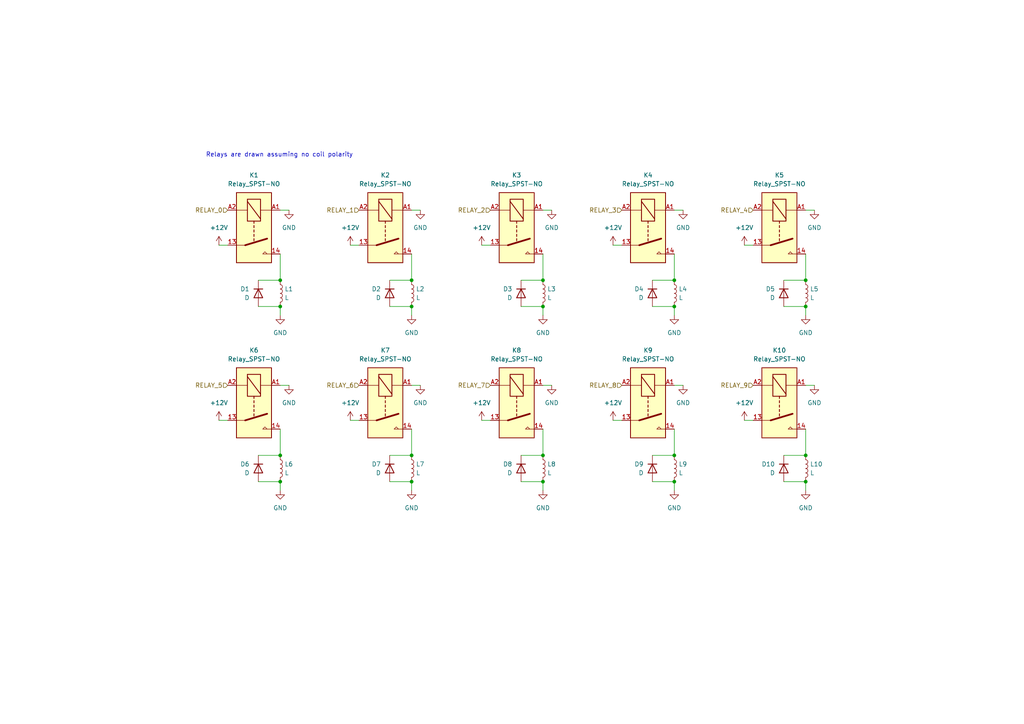
<source format=kicad_sch>
(kicad_sch (version 20230121) (generator eeschema)
  (paper "A4")
  (title_block (title "Electromagnet Relay Circuit") (date "2024-02-23") (rev "1") (company "CMD_SAT"))
  (lib_symbols
    (symbol "Device:D" (pin_numbers hide) (pin_names (offset 1.016) hide)
      (property "Reference" "D" (at 0 2.54 0))
      (property "Value" "D" (at 0 -2.54 0))
      (symbol "D_0_1"
        (polyline (pts (xy -1.27 1.27) (xy -1.27 -1.27)) (stroke (width 0.254)))
        (polyline (pts (xy 1.27 0) (xy -1.27 0)))
        (polyline (pts (xy 1.27 1.27) (xy 1.27 -1.27) (xy -1.27 0) (xy 1.27 1.27)) (stroke (width 0.254)))
      )
      (symbol "D_1_1"
        (pin passive line (at -3.81 0 0) (length 2.54) (name "K") (number "1"))
        (pin passive line (at 3.81 0 180) (length 2.54) (name "A") (number "2"))
      )
    )
    (symbol "Device:L" (pin_numbers hide) (pin_names (offset 1.016) hide)
      (property "Reference" "L" (at -1.27 0 90))
      (property "Value" "L" (at 1.905 0 90))
      (symbol "L_0_1"
        (arc (start 0 -2.54) (mid 0.6323 -1.905) (end 0 -1.27))
        (arc (start 0 -1.27) (mid 0.6323 -0.635) (end 0 0))
        (arc (start 0 0) (mid 0.6323 0.635) (end 0 1.27))
        (arc (start 0 1.27) (mid 0.6323 1.905) (end 0 2.54))
      )
      (symbol "L_1_1"
        (pin passive line (at 0 3.81 270) (length 1.27) (name "1") (number "1"))
        (pin passive line (at 0 -3.81 90) (length 1.27) (name "2") (number "2"))
      )
    )
    (symbol "Relay:Relay_SPST-NO"
      (property "Reference" "K" (at 11.43 3.81 0))
      (property "Value" "Relay_SPST-NO" (at 11.43 1.27 0))
      (symbol "Relay_SPST-NO_0_0"
        (polyline (pts (xy 7.62 5.08) (xy 7.62 2.54) (xy 6.985 3.175) (xy 7.62 3.81)))
      )
      (symbol "Relay_SPST-NO_0_1"
        (rectangle (start -10.16 5.08) (end 10.16 -5.08) (stroke (width 0.254)) (fill (type background)))
        (rectangle (start -8.255 1.905) (end -1.905 -1.905) (stroke (width 0.254)))
        (polyline (pts (xy -7.62 -1.905) (xy -2.54 1.905)) (stroke (width 0.254)))
        (polyline (pts (xy -5.08 -5.08) (xy -5.08 -1.905)))
        (polyline (pts (xy -5.08 5.08) (xy -5.08 1.905)))
        (polyline (pts (xy -1.905 0) (xy -1.27 0)) (stroke (width 0.254)))
        (polyline (pts (xy -0.635 0) (xy 0 0)) (stroke (width 0.254)))
        (polyline (pts (xy 0.635 0) (xy 1.27 0)) (stroke (width 0.254)))
        (polyline (pts (xy 1.905 0) (xy 2.54 0)) (stroke (width 0.254)))
        (polyline (pts (xy 3.175 0) (xy 3.81 0)) (stroke (width 0.254)))
        (polyline (pts (xy 5.08 -2.54) (xy 3.175 3.81)) (stroke (width 0.508)))
        (polyline (pts (xy 5.08 -2.54) (xy 5.08 -5.08)))
      )
      (symbol "Relay_SPST-NO_1_1"
        (pin passive line (at 5.08 -7.62 90) (length 2.54) (name "~") (number "13"))
        (pin passive line (at 7.62 7.62 270) (length 2.54) (name "~") (number "14"))
        (pin passive line (at -5.08 7.62 270) (length 2.54) (name "~") (number "A1"))
        (pin passive line (at -5.08 -7.62 90) (length 2.54) (name "~") (number "A2"))
      )
    )
    (symbol "power:+12V" (power) (pin_names (offset 0))
      (property "Value" "+12V" (at 0 3.556 0))
      (symbol "+12V_0_1"
        (polyline (pts (xy -0.762 1.27) (xy 0 2.54)))
        (polyline (pts (xy 0 0) (xy 0 2.54)))
        (polyline (pts (xy 0 2.54) (xy 0.762 1.27)))
      )
      (symbol "+12V_1_1"
        (pin power_in line (at 0 0 90) (length 0) hide (name "+12V") (number "1"))
      )
    )
    (symbol "power:GND" (power) (pin_names (offset 0))
      (property "Value" "GND" (at 0 -3.81 0))
      (symbol "GND_0_1"
        (polyline (pts (xy 0 0) (xy 0 -1.27) (xy 1.27 -1.27) (xy 0 -2.54) (xy -1.27 -1.27) (xy 0 -1.27)))
      )
      (symbol "GND_1_1"
        (pin power_in line (at 0 0 270) (length 0) hide (name "GND") (number "1"))
      )
    )
  )
  (junction (at 81.28 139.7))
  (junction (at 157.48 132.08))
  (junction (at 81.28 132.08))
  (junction (at 157.48 139.7))
  (junction (at 81.28 81.28))
  (junction (at 119.38 139.7))
  (junction (at 119.38 81.28))
  (junction (at 195.58 139.7))
  (junction (at 233.68 132.08))
  (junction (at 233.68 88.9))
  (junction (at 157.48 81.28))
  (junction (at 81.28 88.9))
  (junction (at 195.58 81.28))
  (junction (at 233.68 139.7))
  (junction (at 119.38 132.08))
  (junction (at 195.58 132.08))
  (junction (at 119.38 88.9))
  (junction (at 195.58 88.9))
  (junction (at 157.48 88.9))
  (junction (at 233.68 81.28))
  (wire (pts (xy 81.28 124.46) (xy 81.28 132.08)))
  (wire (pts (xy 63.5 71.12) (xy 66.04 71.12)))
  (wire (pts (xy 113.03 81.28) (xy 119.38 81.28)))
  (wire (pts (xy 177.8 71.12) (xy 180.34 71.12)))
  (wire (pts (xy 119.38 139.7) (xy 119.38 142.24)))
  (wire (pts (xy 157.48 73.66) (xy 157.48 81.28)))
  (wire (pts (xy 151.13 88.9) (xy 157.48 88.9)))
  (wire (pts (xy 189.23 81.28) (xy 195.58 81.28)))
  (wire (pts (xy 227.33 139.7) (xy 233.68 139.7)))
  (wire (pts (xy 233.68 139.7) (xy 233.68 142.24)))
  (wire (pts (xy 119.38 88.9) (xy 119.38 91.44)))
  (wire (pts (xy 83.82 111.76) (xy 81.28 111.76)))
  (wire (pts (xy 195.58 73.66) (xy 195.58 81.28)))
  (wire (pts (xy 157.48 124.46) (xy 157.48 132.08)))
  (wire (pts (xy 74.93 139.7) (xy 81.28 139.7)))
  (wire (pts (xy 236.22 111.76) (xy 233.68 111.76)))
  (wire (pts (xy 227.33 132.08) (xy 233.68 132.08)))
  (wire (pts (xy 113.03 139.7) (xy 119.38 139.7)))
  (wire (pts (xy 83.82 60.96) (xy 81.28 60.96)))
  (wire (pts (xy 215.9 71.12) (xy 218.44 71.12)))
  (wire (pts (xy 189.23 132.08) (xy 195.58 132.08)))
  (wire (pts (xy 157.48 139.7) (xy 157.48 142.24)))
  (wire (pts (xy 119.38 73.66) (xy 119.38 81.28)))
  (wire (pts (xy 139.7 71.12) (xy 142.24 71.12)))
  (wire (pts (xy 198.12 111.76) (xy 195.58 111.76)))
  (wire (pts (xy 189.23 139.7) (xy 195.58 139.7)))
  (wire (pts (xy 198.12 60.96) (xy 195.58 60.96)))
  (wire (pts (xy 113.03 88.9) (xy 119.38 88.9)))
  (wire (pts (xy 81.28 73.66) (xy 81.28 81.28)))
  (wire (pts (xy 81.28 139.7) (xy 81.28 142.24)))
  (wire (pts (xy 121.92 111.76) (xy 119.38 111.76)))
  (wire (pts (xy 195.58 124.46) (xy 195.58 132.08)))
  (wire (pts (xy 160.02 111.76) (xy 157.48 111.76)))
  (wire (pts (xy 151.13 132.08) (xy 157.48 132.08)))
  (wire (pts (xy 151.13 139.7) (xy 157.48 139.7)))
  (wire (pts (xy 157.48 88.9) (xy 157.48 91.44)))
  (wire (pts (xy 151.13 81.28) (xy 157.48 81.28)))
  (wire (pts (xy 227.33 81.28) (xy 233.68 81.28)))
  (wire (pts (xy 215.9 121.92) (xy 218.44 121.92)))
  (wire (pts (xy 227.33 88.9) (xy 233.68 88.9)))
  (wire (pts (xy 119.38 124.46) (xy 119.38 132.08)))
  (wire (pts (xy 74.93 81.28) (xy 81.28 81.28)))
  (wire (pts (xy 139.7 121.92) (xy 142.24 121.92)))
  (wire (pts (xy 195.58 139.7) (xy 195.58 142.24)))
  (wire (pts (xy 233.68 88.9) (xy 233.68 91.44)))
  (wire (pts (xy 74.93 88.9) (xy 81.28 88.9)))
  (wire (pts (xy 177.8 121.92) (xy 180.34 121.92)))
  (wire (pts (xy 81.28 88.9) (xy 81.28 91.44)))
  (wire (pts (xy 233.68 73.66) (xy 233.68 81.28)))
  (wire (pts (xy 233.68 124.46) (xy 233.68 132.08)))
  (wire (pts (xy 101.6 71.12) (xy 104.14 71.12)))
  (wire (pts (xy 189.23 88.9) (xy 195.58 88.9)))
  (wire (pts (xy 113.03 132.08) (xy 119.38 132.08)))
  (wire (pts (xy 101.6 121.92) (xy 104.14 121.92)))
  (wire (pts (xy 160.02 60.96) (xy 157.48 60.96)))
  (wire (pts (xy 236.22 60.96) (xy 233.68 60.96)))
  (wire (pts (xy 195.58 88.9) (xy 195.58 91.44)))
  (wire (pts (xy 121.92 60.96) (xy 119.38 60.96)))
  (wire (pts (xy 63.5 121.92) (xy 66.04 121.92)))
  (wire (pts (xy 74.93 132.08) (xy 81.28 132.08)))
  (text "Relays are drawn assuming no coil polarity" (at 59.69 45.72 0) (effects (font (size 1.27 1.27)) (justify left bottom)))
  (hierarchical_label "RELAY_0" (shape input) (at 66.04 60.96 180))
  (hierarchical_label "RELAY_7" (shape input) (at 142.24 111.76 180))
  (hierarchical_label "RELAY_3" (shape input) (at 180.34 60.96 180))
  (hierarchical_label "RELAY_2" (shape input) (at 142.24 60.96 180))
  (hierarchical_label "RELAY_1" (shape input) (at 104.14 60.96 180))
  (hierarchical_label "RELAY_8" (shape input) (at 180.34 111.76 180))
  (hierarchical_label "RELAY_4" (shape input) (at 218.44 60.96 180))
  (hierarchical_label "RELAY_9" (shape input) (at 218.44 111.76 180))
  (hierarchical_label "RELAY_5" (shape input) (at 66.04 111.76 180))
  (hierarchical_label "RELAY_6" (shape input) (at 104.14 111.76 180))
  (symbol (lib_id "power:GND") (at 195.58 142.24 0) (unit 1)
    (property "Reference" "#PWR048" (effects hide))
    (property "Value" "GND" (at 195.58 147.32 0))
  )
  (symbol (lib_id "Relay:Relay_SPST-NO") (at 111.76 116.84 270) (unit 1)
    (property "Reference" "K7" (at 111.76 101.6 90))
    (property "Value" "Relay_SPST-NO" (at 111.76 104.14 90))
  )
  (symbol (lib_id "Device:D") (at 74.93 85.09 90) (mirror x) (unit 1)
    (property "Reference" "D1" (at 72.39 83.82 90) (effects (justify left)))
    (property "Value" "D" (at 72.39 86.36 90) (effects (justify left)))
    (property "Sim.Device" "D" (effects hide))
    (property "Sim.Pins" "1=K 2=A" (effects hide))
  )
  (symbol (lib_id "power:+12V") (at 139.7 121.92 0) (unit 1)
    (property "Reference" "#PWR044" (effects hide))
    (property "Value" "+12V" (at 139.7 116.84 0))
  )
  (symbol (lib_id "Relay:Relay_SPST-NO") (at 73.66 116.84 270) (unit 1)
    (property "Reference" "K6" (at 73.66 101.6 90))
    (property "Value" "Relay_SPST-NO" (at 73.66 104.14 90))
  )
  (symbol (lib_id "Relay:Relay_SPST-NO") (at 187.96 66.04 270) (unit 1)
    (property "Reference" "K4" (at 187.96 50.8 90))
    (property "Value" "Relay_SPST-NO" (at 187.96 53.34 90))
  )
  (symbol (lib_id "Device:D") (at 189.23 135.89 90) (mirror x) (unit 1)
    (property "Reference" "D9" (at 186.69 134.62 90) (effects (justify left)))
    (property "Value" "D" (at 186.69 137.16 90) (effects (justify left)))
    (property "Sim.Device" "D" (effects hide))
    (property "Sim.Pins" "1=K 2=A" (effects hide))
  )
  (symbol (lib_id "Device:D") (at 227.33 85.09 90) (mirror x) (unit 1)
    (property "Reference" "D5" (at 224.79 83.82 90) (effects (justify left)))
    (property "Value" "D" (at 224.79 86.36 90) (effects (justify left)))
    (property "Sim.Device" "D" (effects hide))
    (property "Sim.Pins" "1=K 2=A" (effects hide))
  )
  (symbol (lib_id "power:+12V") (at 63.5 121.92 0) (unit 1)
    (property "Reference" "#PWR038" (effects hide))
    (property "Value" "+12V" (at 63.5 116.84 0))
  )
  (symbol (lib_id "Device:L") (at 157.48 85.09 0) (unit 1)
    (property "Reference" "L3" (at 158.75 83.82 0) (effects (justify left)))
    (property "Value" "L" (at 158.75 86.36 0) (effects (justify left)))
  )
  (symbol (lib_id "power:GND") (at 233.68 142.24 0) (unit 1)
    (property "Reference" "#PWR051" (effects hide))
    (property "Value" "GND" (at 233.68 147.32 0))
  )
  (symbol (lib_id "power:GND") (at 119.38 91.44 0) (unit 1)
    (property "Reference" "#PWR027" (effects hide))
    (property "Value" "GND" (at 119.38 96.52 0))
  )
  (symbol (lib_id "power:+12V") (at 101.6 121.92 0) (unit 1)
    (property "Reference" "#PWR041" (effects hide))
    (property "Value" "+12V" (at 101.6 116.84 0))
  )
  (symbol (lib_id "Device:D") (at 189.23 85.09 90) (mirror x) (unit 1)
    (property "Reference" "D4" (at 186.69 83.82 90) (effects (justify left)))
    (property "Value" "D" (at 186.69 86.36 90) (effects (justify left)))
    (property "Sim.Device" "D" (effects hide))
    (property "Sim.Pins" "1=K 2=A" (effects hide))
  )
  (symbol (lib_id "power:+12V") (at 63.5 71.12 0) (unit 1)
    (property "Reference" "#PWR025" (effects hide))
    (property "Value" "+12V" (at 63.5 66.04 0))
  )
  (symbol (lib_id "power:GND") (at 160.02 111.76 0) (unit 1)
    (property "Reference" "#PWR046" (effects hide))
    (property "Value" "GND" (at 160.02 116.84 0))
  )
  (symbol (lib_id "power:GND") (at 236.22 111.76 0) (unit 1)
    (property "Reference" "#PWR052" (effects hide))
    (property "Value" "GND" (at 236.22 116.84 0))
  )
  (symbol (lib_id "power:+12V") (at 215.9 121.92 0) (unit 1)
    (property "Reference" "#PWR050" (effects hide))
    (property "Value" "+12V" (at 215.9 116.84 0))
  )
  (symbol (lib_id "power:GND") (at 157.48 142.24 0) (unit 1)
    (property "Reference" "#PWR045" (effects hide))
    (property "Value" "GND" (at 157.48 147.32 0))
  )
  (symbol (lib_id "power:GND") (at 119.38 142.24 0) (unit 1)
    (property "Reference" "#PWR042" (effects hide))
    (property "Value" "GND" (at 119.38 147.32 0))
  )
  (symbol (lib_id "Device:L") (at 81.28 135.89 0) (unit 1)
    (property "Reference" "L6" (at 82.55 134.62 0) (effects (justify left)))
    (property "Value" "L" (at 82.55 137.16 0) (effects (justify left)))
  )
  (symbol (lib_id "Relay:Relay_SPST-NO") (at 226.06 116.84 270) (unit 1)
    (property "Reference" "K10" (at 226.06 101.6 90))
    (property "Value" "Relay_SPST-NO" (at 226.06 104.14 90))
  )
  (symbol (lib_id "Device:D") (at 151.13 85.09 90) (mirror x) (unit 1)
    (property "Reference" "D3" (at 148.59 83.82 90) (effects (justify left)))
    (property "Value" "D" (at 148.59 86.36 90) (effects (justify left)))
    (property "Sim.Device" "D" (effects hide))
    (property "Sim.Pins" "1=K 2=A" (effects hide))
  )
  (symbol (lib_id "Device:L") (at 81.28 85.09 0) (unit 1)
    (property "Reference" "L1" (at 82.55 83.82 0) (effects (justify left)))
    (property "Value" "L" (at 82.55 86.36 0) (effects (justify left)))
  )
  (symbol (lib_id "power:GND") (at 195.58 91.44 0) (unit 1)
    (property "Reference" "#PWR033" (effects hide))
    (property "Value" "GND" (at 195.58 96.52 0))
  )
  (symbol (lib_id "power:GND") (at 121.92 111.76 0) (unit 1)
    (property "Reference" "#PWR043" (effects hide))
    (property "Value" "GND" (at 121.92 116.84 0))
  )
  (symbol (lib_id "Device:L") (at 195.58 85.09 0) (unit 1)
    (property "Reference" "L4" (at 196.85 83.82 0) (effects (justify left)))
    (property "Value" "L" (at 196.85 86.36 0) (effects (justify left)))
  )
  (symbol (lib_id "power:+12V") (at 215.9 71.12 0) (unit 1)
    (property "Reference" "#PWR035" (effects hide))
    (property "Value" "+12V" (at 215.9 66.04 0))
  )
  (symbol (lib_id "power:GND") (at 157.48 91.44 0) (unit 1)
    (property "Reference" "#PWR030" (effects hide))
    (property "Value" "GND" (at 157.48 96.52 0))
  )
  (symbol (lib_id "Relay:Relay_SPST-NO") (at 73.66 66.04 270) (unit 1)
    (property "Reference" "K1" (at 73.66 50.8 90))
    (property "Value" "Relay_SPST-NO" (at 73.66 53.34 90))
  )
  (symbol (lib_id "Device:L") (at 233.68 135.89 0) (unit 1)
    (property "Reference" "L10" (at 234.95 134.62 0) (effects (justify left)))
    (property "Value" "L" (at 234.95 137.16 0) (effects (justify left)))
  )
  (symbol (lib_id "Device:L") (at 119.38 85.09 0) (unit 1)
    (property "Reference" "L2" (at 120.65 83.82 0) (effects (justify left)))
    (property "Value" "L" (at 120.65 86.36 0) (effects (justify left)))
  )
  (symbol (lib_id "Device:D") (at 151.13 135.89 90) (mirror x) (unit 1)
    (property "Reference" "D8" (at 148.59 134.62 90) (effects (justify left)))
    (property "Value" "D" (at 148.59 137.16 90) (effects (justify left)))
    (property "Sim.Device" "D" (effects hide))
    (property "Sim.Pins" "1=K 2=A" (effects hide))
  )
  (symbol (lib_id "Device:D") (at 113.03 85.09 90) (mirror x) (unit 1)
    (property "Reference" "D2" (at 110.49 83.82 90) (effects (justify left)))
    (property "Value" "D" (at 110.49 86.36 90) (effects (justify left)))
    (property "Sim.Device" "D" (effects hide))
    (property "Sim.Pins" "1=K 2=A" (effects hide))
  )
  (symbol (lib_id "Device:D") (at 227.33 135.89 90) (mirror x) (unit 1)
    (property "Reference" "D10" (at 224.79 134.62 90) (effects (justify left)))
    (property "Value" "D" (at 224.79 137.16 90) (effects (justify left)))
    (property "Sim.Device" "D" (effects hide))
    (property "Sim.Pins" "1=K 2=A" (effects hide))
  )
  (symbol (lib_id "Relay:Relay_SPST-NO") (at 187.96 116.84 270) (unit 1)
    (property "Reference" "K9" (at 187.96 101.6 90))
    (property "Value" "Relay_SPST-NO" (at 187.96 104.14 90))
  )
  (symbol (lib_id "Device:L") (at 119.38 135.89 0) (unit 1)
    (property "Reference" "L7" (at 120.65 134.62 0) (effects (justify left)))
    (property "Value" "L" (at 120.65 137.16 0) (effects (justify left)))
  )
  (symbol (lib_id "power:GND") (at 83.82 60.96 0) (unit 1)
    (property "Reference" "#PWR026" (effects hide))
    (property "Value" "GND" (at 83.82 66.04 0))
  )
  (symbol (lib_id "Device:D") (at 113.03 135.89 90) (mirror x) (unit 1)
    (property "Reference" "D7" (at 110.49 134.62 90) (effects (justify left)))
    (property "Value" "D" (at 110.49 137.16 90) (effects (justify left)))
    (property "Sim.Device" "D" (effects hide))
    (property "Sim.Pins" "1=K 2=A" (effects hide))
  )
  (symbol (lib_id "power:+12V") (at 177.8 121.92 0) (unit 1)
    (property "Reference" "#PWR047" (effects hide))
    (property "Value" "+12V" (at 177.8 116.84 0))
  )
  (symbol (lib_id "Device:D") (at 74.93 135.89 90) (mirror x) (unit 1)
    (property "Reference" "D6" (at 72.39 134.62 90) (effects (justify left)))
    (property "Value" "D" (at 72.39 137.16 90) (effects (justify left)))
    (property "Sim.Device" "D" (effects hide))
    (property "Sim.Pins" "1=K 2=A" (effects hide))
  )
  (symbol (lib_id "Relay:Relay_SPST-NO") (at 226.06 66.04 270) (unit 1)
    (property "Reference" "K5" (at 226.06 50.8 90))
    (property "Value" "Relay_SPST-NO" (at 226.06 53.34 90))
  )
  (symbol (lib_id "power:+12V") (at 177.8 71.12 0) (unit 1)
    (property "Reference" "#PWR032" (effects hide))
    (property "Value" "+12V" (at 177.8 66.04 0))
  )
  (symbol (lib_id "Device:L") (at 233.68 85.09 0) (unit 1)
    (property "Reference" "L5" (at 234.95 83.82 0) (effects (justify left)))
    (property "Value" "L" (at 234.95 86.36 0) (effects (justify left)))
  )
  (symbol (lib_id "power:GND") (at 160.02 60.96 0) (unit 1)
    (property "Reference" "#PWR031" (effects hide))
    (property "Value" "GND" (at 160.02 66.04 0))
  )
  (symbol (lib_id "power:GND") (at 198.12 60.96 0) (unit 1)
    (property "Reference" "#PWR034" (effects hide))
    (property "Value" "GND" (at 198.12 66.04 0))
  )
  (symbol (lib_id "power:GND") (at 121.92 60.96 0) (unit 1)
    (property "Reference" "#PWR028" (effects hide))
    (property "Value" "GND" (at 121.92 66.04 0))
  )
  (symbol (lib_id "power:+12V") (at 139.7 71.12 0) (unit 1)
    (property "Reference" "#PWR029" (effects hide))
    (property "Value" "+12V" (at 139.7 66.04 0))
  )
  (symbol (lib_id "power:GND") (at 198.12 111.76 0) (unit 1)
    (property "Reference" "#PWR049" (effects hide))
    (property "Value" "GND" (at 198.12 116.84 0))
  )
  (symbol (lib_id "Device:L") (at 157.48 135.89 0) (unit 1)
    (property "Reference" "L8" (at 158.75 134.62 0) (effects (justify left)))
    (property "Value" "L" (at 158.75 137.16 0) (effects (justify left)))
  )
  (symbol (lib_id "Relay:Relay_SPST-NO") (at 149.86 116.84 270) (unit 1)
    (property "Reference" "K8" (at 149.86 101.6 90))
    (property "Value" "Relay_SPST-NO" (at 149.86 104.14 90))
  )
  (symbol (lib_id "power:GND") (at 83.82 111.76 0) (unit 1)
    (property "Reference" "#PWR040" (effects hide))
    (property "Value" "GND" (at 83.82 116.84 0))
  )
  (symbol (lib_id "Device:L") (at 195.58 135.89 0) (unit 1)
    (property "Reference" "L9" (at 196.85 134.62 0) (effects (justify left)))
    (property "Value" "L" (at 196.85 137.16 0) (effects (justify left)))
  )
  (symbol (lib_id "Relay:Relay_SPST-NO") (at 111.76 66.04 270) (unit 1)
    (property "Reference" "K2" (at 111.76 50.8 90))
    (property "Value" "Relay_SPST-NO" (at 111.76 53.34 90))
  )
  (symbol (lib_id "power:GND") (at 233.68 91.44 0) (unit 1)
    (property "Reference" "#PWR036" (effects hide))
    (property "Value" "GND" (at 233.68 96.52 0))
  )
  (symbol (lib_id "Relay:Relay_SPST-NO") (at 149.86 66.04 270) (unit 1)
    (property "Reference" "K3" (at 149.86 50.8 90))
    (property "Value" "Relay_SPST-NO" (at 149.86 53.34 90))
  )
  (symbol (lib_id "power:GND") (at 81.28 142.24 0) (unit 1)
    (property "Reference" "#PWR039" (effects hide))
    (property "Value" "GND" (at 81.28 147.32 0))
  )
  (symbol (lib_id "power:GND") (at 81.28 91.44 0) (unit 1)
    (property "Reference" "#PWR02" (effects hide))
    (property "Value" "GND" (at 81.28 96.52 0))
  )
  (symbol (lib_id "power:+12V") (at 101.6 71.12 0) (unit 1)
    (property "Reference" "#PWR03" (effects hide))
    (property "Value" "+12V" (at 101.6 66.04 0))
  )
  (symbol (lib_id "power:GND") (at 236.22 60.96 0) (unit 1)
    (property "Reference" "#PWR037" (effects hide))
    (property "Value" "GND" (at 236.22 66.04 0))
  )
)
</source>
